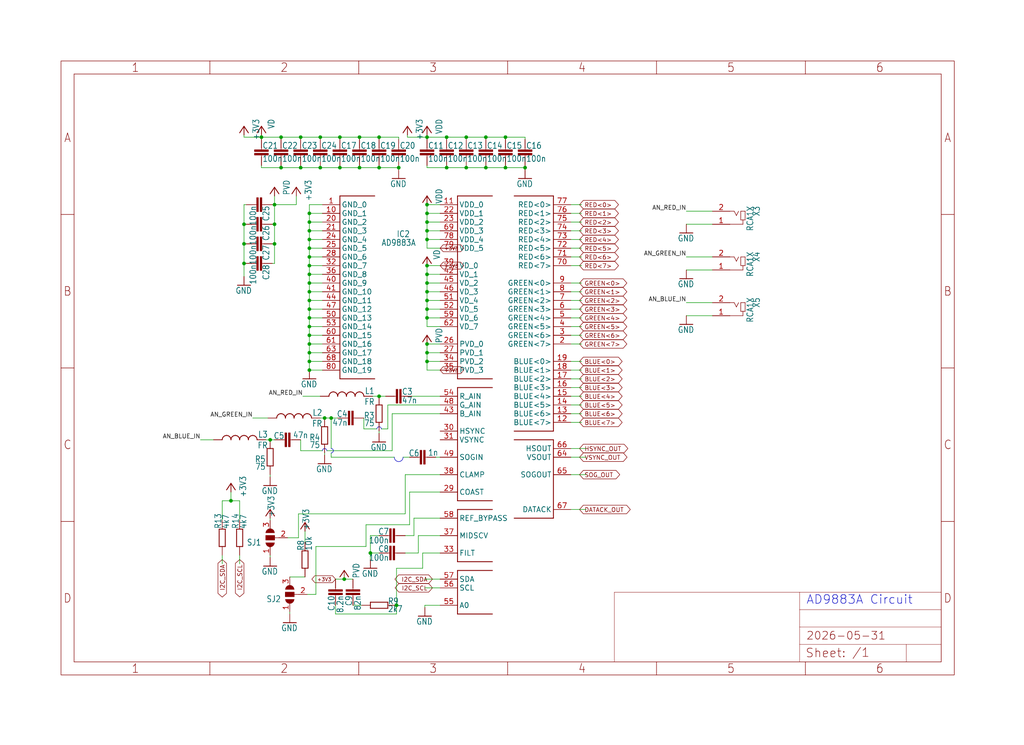
<source format=kicad_sch>
(kicad_sch (version 20250114) (generator "eeschema") (generator_version "9.0")
  (paper "User" 298.45 217.322)
  (arc (start 93.98 131.445) (mid 94.615 130.81) (end 95.25 131.445) (stroke (width 0.1524)))
  (arc (start 109.855 125.095) (mid 110.49 124.46) (end 111.125 125.095) (stroke (width 0.1524)))
  (arc (start 117.475 133.35) (mid 116.205 134.62) (end 114.935 133.35) (stroke (width 0.1524)))
  (arc (start 96.52 130.81) (mid 97.155 131.445) (end 96.52 132.08) (stroke (width 0.1524)))
  (text "AD9883A Circuit" (at 234.95 176.53 0) (effects (font (size 2.54 2.54)) (justify left bottom)))
  (junction (at 124.46 100.33))
  (junction (at 99.06 40.005))
  (junction (at 87.63 48.895))
  (junction (at 141.605 40.005))
  (junction (at 90.17 95.25))
  (junction (at 147.32 48.895))
  (junction (at 130.175 40.005))
  (junction (at 80.01 59.69))
  (junction (at 107.95 161.29))
  (junction (at 124.46 105.41))
  (junction (at 90.17 80.01))
  (junction (at 67.31 146.05))
  (junction (at 90.17 74.93))
  (junction (at 90.17 92.71))
  (junction (at 124.46 59.69))
  (junction (at 93.345 48.895))
  (junction (at 110.49 115.57))
  (junction (at 104.775 40.005))
  (junction (at 124.46 67.31))
  (junction (at 147.32 40.005))
  (junction (at 71.12 71.12))
  (junction (at 115.57 176.53))
  (junction (at 71.12 65.405))
  (junction (at 124.46 64.77))
  (junction (at 135.89 48.895))
  (junction (at 90.17 100.33))
  (junction (at 90.17 72.39))
  (junction (at 93.345 40.005))
  (junction (at 90.17 67.31))
  (junction (at 135.89 40.005))
  (junction (at 90.17 85.09))
  (junction (at 90.17 62.23))
  (junction (at 71.12 76.835))
  (junction (at 124.46 90.17))
  (junction (at 124.46 102.87))
  (junction (at 78.74 128.27))
  (junction (at 90.17 105.41))
  (junction (at 124.46 62.23))
  (junction (at 153.035 48.895))
  (junction (at 124.46 40.005))
  (junction (at 90.17 77.47))
  (junction (at 80.01 71.12))
  (junction (at 90.17 69.85))
  (junction (at 124.46 87.63))
  (junction (at 99.06 48.895))
  (junction (at 90.17 97.79))
  (junction (at 90.17 90.17))
  (junction (at 124.46 82.55))
  (junction (at 90.17 64.77))
  (junction (at 90.17 107.95))
  (junction (at 90.17 102.87))
  (junction (at 80.01 65.405))
  (junction (at 141.605 48.895))
  (junction (at 94.615 121.92))
  (junction (at 76.2 40.005))
  (junction (at 81.915 48.895))
  (junction (at 110.49 40.005))
  (junction (at 130.175 48.895))
  (junction (at 124.46 92.71))
  (junction (at 96.52 121.92))
  (junction (at 90.17 87.63))
  (junction (at 124.46 77.47))
  (junction (at 124.46 69.85))
  (junction (at 87.63 40.005))
  (junction (at 100.33 168.91))
  (junction (at 124.46 80.01))
  (junction (at 116.205 48.895))
  (junction (at 90.17 82.55))
  (junction (at 81.915 40.005))
  (junction (at 110.49 48.895))
  (junction (at 124.46 85.09))
  (junction (at 104.775 48.895))
  (wire (pts (xy 76.2 48.26) (xy 76.2 48.895)) (stroke (width 0.1524)))
  (wire (pts (xy 166.37 115.57) (xy 169.545 115.57)) (stroke (width 0.1524)))
  (wire (pts (xy 97.79 168.91) (xy 100.33 168.91)) (stroke (width 0.1524)))
  (wire (pts (xy 141.605 40.005) (xy 147.32 40.005)) (stroke (width 0.1524)))
  (wire (pts (xy 93.98 102.87) (xy 90.17 102.87)) (stroke (width 0.1524)))
  (wire (pts (xy 78.74 128.27) (xy 80.01 128.27)) (stroke (width 0.1524)))
  (wire (pts (xy 76.2 48.895) (xy 81.915 48.895)) (stroke (width 0.1524)))
  (wire (pts (xy 90.17 90.17) (xy 90.17 87.63)) (stroke (width 0.1524)))
  (wire (pts (xy 114.3 131.445) (xy 114.3 120.65)) (stroke (width 0.1524)))
  (wire (pts (xy 78.74 139.065) (xy 78.74 138.43)) (stroke (width 0.1524)))
  (wire (pts (xy 128.27 59.69) (xy 124.46 59.69)) (stroke (width 0.1524)))
  (wire (pts (xy 128.27 168.91) (xy 123.825 168.91)) (stroke (width 0.1524)))
  (wire (pts (xy 64.77 161.925) (xy 64.77 164.465)) (stroke (width 0.1524)))
  (wire (pts (xy 124.46 64.77) (xy 124.46 62.23)) (stroke (width 0.1524)))
  (wire (pts (xy 124.46 62.23) (xy 124.46 59.69)) (stroke (width 0.1524)))
  (wire (pts (xy 79.375 59.69) (xy 80.01 59.69)) (stroke (width 0.1524)))
  (wire (pts (xy 69.85 161.925) (xy 69.85 164.465)) (stroke (width 0.1524)))
  (wire (pts (xy 81.915 40.64) (xy 81.915 40.005)) (stroke (width 0.1524)))
  (wire (pts (xy 71.755 59.69) (xy 71.12 59.69)) (stroke (width 0.1524)))
  (wire (pts (xy 110.49 115.57) (xy 112.395 115.57)) (stroke (width 0.1524)))
  (wire (pts (xy 93.345 40.64) (xy 93.345 40.005)) (stroke (width 0.1524)))
  (wire (pts (xy 81.915 40.005) (xy 76.2 40.005)) (stroke (width 0.1524)))
  (wire (pts (xy 71.755 71.12) (xy 71.12 71.12)) (stroke (width 0.1524)))
  (wire (pts (xy 124.46 80.01) (xy 124.46 77.47)) (stroke (width 0.1524)))
  (wire (pts (xy 166.37 105.41) (xy 169.545 105.41)) (stroke (width 0.1524)))
  (wire (pts (xy 124.46 67.31) (xy 124.46 64.77)) (stroke (width 0.1524)))
  (wire (pts (xy 87.63 131.445) (xy 93.98 131.445)) (stroke (width 0.1524)))
  (wire (pts (xy 76.2 40.005) (xy 76.2 39.37)) (stroke (width 0.1524)))
  (wire (pts (xy 128.27 77.47) (xy 124.46 77.47)) (stroke (width 0.1524)))
  (wire (pts (xy 166.37 62.23) (xy 169.545 62.23)) (stroke (width 0.1524)))
  (wire (pts (xy 166.37 85.09) (xy 169.545 85.09)) (stroke (width 0.1524)))
  (wire (pts (xy 71.12 76.835) (xy 71.755 76.835)) (stroke (width 0.1524)))
  (wire (pts (xy 128.27 92.71) (xy 124.46 92.71)) (stroke (width 0.1524)))
  (wire (pts (xy 96.52 133.35) (xy 96.52 132.08)) (stroke (width 0.1524)))
  (wire (pts (xy 128.27 176.53) (xy 123.825 176.53)) (stroke (width 0.1524)))
  (wire (pts (xy 104.775 40.64) (xy 104.775 40.005)) (stroke (width 0.1524)))
  (wire (pts (xy 106.68 159.385) (xy 92.075 159.385)) (stroke (width 0.1524)))
  (wire (pts (xy 147.32 40.64) (xy 147.32 40.005)) (stroke (width 0.1524)))
  (wire (pts (xy 128.27 138.43) (xy 118.11 138.43)) (stroke (width 0.1524)))
  (wire (pts (xy 141.605 48.26) (xy 141.605 48.895)) (stroke (width 0.1524)))
  (wire (pts (xy 92.075 173.355) (xy 92.075 159.385)) (stroke (width 0.1524)))
  (wire (pts (xy 69.85 146.05) (xy 69.85 151.765)) (stroke (width 0.1524)))
  (wire (pts (xy 124.46 48.895) (xy 130.175 48.895)) (stroke (width 0.1524)))
  (wire (pts (xy 99.06 48.895) (xy 104.775 48.895)) (stroke (width 0.1524)))
  (wire (pts (xy 124.46 72.39) (xy 124.46 69.85)) (stroke (width 0.1524)))
  (wire (pts (xy 93.98 85.09) (xy 90.17 85.09)) (stroke (width 0.1524)))
  (wire (pts (xy 124.46 40.005) (xy 118.745 40.005)) (stroke (width 0.1524)))
  (wire (pts (xy 93.98 90.17) (xy 90.17 90.17)) (stroke (width 0.1524)))
  (wire (pts (xy 88.9 154.94) (xy 88.9 158.115)) (stroke (width 0.1524)))
  (wire (pts (xy 79.375 71.12) (xy 80.01 71.12)) (stroke (width 0.1524)))
  (wire (pts (xy 166.37 118.11) (xy 169.545 118.11)) (stroke (width 0.1524)))
  (wire (pts (xy 90.17 95.25) (xy 90.17 92.71)) (stroke (width 0.1524)))
  (wire (pts (xy 166.37 120.65) (xy 169.545 120.65)) (stroke (width 0.1524)))
  (wire (pts (xy 78.74 162.56) (xy 78.74 161.925)) (stroke (width 0.1524)))
  (wire (pts (xy 94.615 121.92) (xy 96.52 121.92)) (stroke (width 0.1524)))
  (wire (pts (xy 124.46 92.71) (xy 124.46 90.17)) (stroke (width 0.1524)))
  (wire (pts (xy 71.12 71.12) (xy 71.12 76.835)) (stroke (width 0.1524)))
  (wire (pts (xy 124.46 95.25) (xy 124.46 92.71)) (stroke (width 0.1524)))
  (wire (pts (xy 81.915 48.26) (xy 81.915 48.895)) (stroke (width 0.1524)))
  (wire (pts (xy 166.37 133.35) (xy 170.815 133.35)) (stroke (width 0.1524)))
  (wire (pts (xy 115.57 165.735) (xy 115.57 176.53)) (stroke (width 0.1524)))
  (wire (pts (xy 90.17 105.41) (xy 90.17 102.87)) (stroke (width 0.1524)))
  (wire (pts (xy 89.535 173.355) (xy 92.075 173.355)) (stroke (width 0.1524)))
  (wire (pts (xy 118.11 138.43) (xy 118.11 149.86)) (stroke (width 0.1524)))
  (wire (pts (xy 107.95 156.21) (xy 107.95 161.29)) (stroke (width 0.1524)))
  (wire (pts (xy 93.98 72.39) (xy 90.17 72.39)) (stroke (width 0.1524)))
  (wire (pts (xy 78.74 151.13) (xy 78.74 151.765)) (stroke (width 0.1524)))
  (wire (pts (xy 107.95 161.29) (xy 110.49 161.29)) (stroke (width 0.1524)))
  (wire (pts (xy 93.345 48.895) (xy 93.345 48.26)) (stroke (width 0.1524)))
  (wire (pts (xy 123.19 165.735) (xy 115.57 165.735)) (stroke (width 0.1524)))
  (wire (pts (xy 86.995 156.845) (xy 83.82 156.845)) (stroke (width 0.1524)))
  (wire (pts (xy 123.825 176.53) (xy 123.825 177.165)) (stroke (width 0.1524)))
  (wire (pts (xy 71.12 80.645) (xy 71.12 76.835)) (stroke (width 0.1524)))
  (wire (pts (xy 90.17 80.01) (xy 90.17 77.47)) (stroke (width 0.1524)))
  (wire (pts (xy 166.37 95.25) (xy 169.545 95.25)) (stroke (width 0.1524)))
  (wire (pts (xy 108.585 115.57) (xy 110.49 115.57)) (stroke (width 0.1524)))
  (wire (pts (xy 153.035 49.53) (xy 153.035 48.895)) (stroke (width 0.1524)))
  (wire (pts (xy 99.06 40.005) (xy 93.345 40.005)) (stroke (width 0.1524)))
  (wire (pts (xy 119.38 143.51) (xy 119.38 153.035)) (stroke (width 0.1524)))
  (wire (pts (xy 128.27 87.63) (xy 124.46 87.63)) (stroke (width 0.1524)))
  (wire (pts (xy 90.17 82.55) (xy 90.17 80.01)) (stroke (width 0.1524)))
  (wire (pts (xy 80.01 71.12) (xy 80.01 76.835)) (stroke (width 0.1524)))
  (wire (pts (xy 71.755 65.405) (xy 71.12 65.405)) (stroke (width 0.1524)))
  (wire (pts (xy 64.77 146.05) (xy 67.31 146.05)) (stroke (width 0.1524)))
  (wire (pts (xy 166.37 87.63) (xy 169.545 87.63)) (stroke (width 0.1524)))
  (wire (pts (xy 114.3 120.65) (xy 128.27 120.65)) (stroke (width 0.1524)))
  (wire (pts (xy 113.03 125.095) (xy 113.03 118.11)) (stroke (width 0.1524)))
  (wire (pts (xy 115.57 179.07) (xy 115.57 176.53)) (stroke (width 0.1524)))
  (wire (pts (xy 99.06 40.64) (xy 99.06 40.005)) (stroke (width 0.1524)))
  (wire (pts (xy 124.46 107.95) (xy 124.46 105.41)) (stroke (width 0.1524)))
  (wire (pts (xy 80.01 65.405) (xy 80.01 71.12)) (stroke (width 0.1524)))
  (wire (pts (xy 124.46 87.63) (xy 124.46 85.09)) (stroke (width 0.1524)))
  (wire (pts (xy 90.17 102.87) (xy 90.17 100.33)) (stroke (width 0.1524)))
  (wire (pts (xy 128.27 80.01) (xy 124.46 80.01)) (stroke (width 0.1524)))
  (wire (pts (xy 135.89 40.64) (xy 135.89 40.005)) (stroke (width 0.1524)))
  (wire (pts (xy 207.645 61.595) (xy 200.025 61.595)) (stroke (width 0.1524)))
  (wire (pts (xy 207.645 74.93) (xy 200.025 74.93)) (stroke (width 0.1524)))
  (wire (pts (xy 93.345 48.895) (xy 99.06 48.895)) (stroke (width 0.1524)))
  (wire (pts (xy 128.27 105.41) (xy 124.46 105.41)) (stroke (width 0.1524)))
  (wire (pts (xy 128.27 64.77) (xy 124.46 64.77)) (stroke (width 0.1524)))
  (wire (pts (xy 104.775 48.895) (xy 110.49 48.895)) (stroke (width 0.1524)))
  (wire (pts (xy 128.27 72.39) (xy 124.46 72.39)) (stroke (width 0.1524)))
  (wire (pts (xy 93.98 87.63) (xy 90.17 87.63)) (stroke (width 0.1524)))
  (wire (pts (xy 90.17 74.93) (xy 90.17 72.39)) (stroke (width 0.1524)))
  (wire (pts (xy 77.47 128.27) (xy 78.74 128.27)) (stroke (width 0.1524)))
  (wire (pts (xy 94.615 132.715) (xy 94.615 132.08)) (stroke (width 0.1524)))
  (wire (pts (xy 80.01 59.69) (xy 80.01 65.405)) (stroke (width 0.1524)))
  (wire (pts (xy 153.035 40.005) (xy 153.035 40.64)) (stroke (width 0.1524)))
  (wire (pts (xy 80.01 59.69) (xy 86.36 59.69)) (stroke (width 0.1524)))
  (wire (pts (xy 128.27 85.09) (xy 124.46 85.09)) (stroke (width 0.1524)))
  (wire (pts (xy 124.46 69.85) (xy 124.46 67.31)) (stroke (width 0.1524)))
  (wire (pts (xy 87.63 40.005) (xy 81.915 40.005)) (stroke (width 0.1524)))
  (wire (pts (xy 166.37 107.95) (xy 169.545 107.95)) (stroke (width 0.1524)))
  (wire (pts (xy 141.605 48.895) (xy 147.32 48.895)) (stroke (width 0.1524)))
  (wire (pts (xy 90.17 107.95) (xy 90.17 105.41)) (stroke (width 0.1524)))
  (wire (pts (xy 207.645 88.265) (xy 200.025 88.265)) (stroke (width 0.1524)))
  (wire (pts (xy 166.37 148.59) (xy 170.815 148.59)) (stroke (width 0.1524)))
  (wire (pts (xy 119.38 153.035) (xy 106.68 153.035)) (stroke (width 0.1524)))
  (wire (pts (xy 147.32 40.005) (xy 153.035 40.005)) (stroke (width 0.1524)))
  (wire (pts (xy 124.46 85.09) (xy 124.46 82.55)) (stroke (width 0.1524)))
  (wire (pts (xy 106.68 153.035) (xy 106.68 159.385)) (stroke (width 0.1524)))
  (wire (pts (xy 62.23 128.27) (xy 58.42 128.27)) (stroke (width 0.1524)))
  (wire (pts (xy 93.98 82.55) (xy 90.17 82.55)) (stroke (width 0.1524)))
  (wire (pts (xy 90.17 92.71) (xy 90.17 90.17)) (stroke (width 0.1524)))
  (wire (pts (xy 104.775 40.005) (xy 99.06 40.005)) (stroke (width 0.1524)))
  (wire (pts (xy 166.37 92.71) (xy 169.545 92.71)) (stroke (width 0.1524)))
  (wire (pts (xy 99.06 48.26) (xy 99.06 48.895)) (stroke (width 0.1524)))
  (wire (pts (xy 120.65 156.21) (xy 118.11 156.21)) (stroke (width 0.1524)))
  (wire (pts (xy 147.32 48.26) (xy 147.32 48.895)) (stroke (width 0.1524)))
  (wire (pts (xy 118.745 40.005) (xy 118.745 39.37)) (stroke (width 0.1524)))
  (wire (pts (xy 81.915 48.895) (xy 87.63 48.895)) (stroke (width 0.1524)))
  (wire (pts (xy 166.37 77.47) (xy 169.545 77.47)) (stroke (width 0.1524)))
  (wire (pts (xy 93.98 107.95) (xy 90.17 107.95)) (stroke (width 0.1524)))
  (wire (pts (xy 200.025 78.74) (xy 207.645 78.74)) (stroke (width 0.1524)))
  (wire (pts (xy 90.17 100.33) (xy 90.17 97.79)) (stroke (width 0.1524)))
  (wire (pts (xy 110.49 48.895) (xy 116.205 48.895)) (stroke (width 0.1524)))
  (wire (pts (xy 128.27 95.25) (xy 124.46 95.25)) (stroke (width 0.1524)))
  (wire (pts (xy 118.11 149.86) (xy 86.995 149.86)) (stroke (width 0.1524)))
  (wire (pts (xy 166.37 123.19) (xy 169.545 123.19)) (stroke (width 0.1524)))
  (wire (pts (xy 96.52 121.92) (xy 98.425 121.92)) (stroke (width 0.1524)))
  (wire (pts (xy 128.27 151.13) (xy 120.65 151.13)) (stroke (width 0.1524)))
  (wire (pts (xy 128.27 90.17) (xy 124.46 90.17)) (stroke (width 0.1524)))
  (wire (pts (xy 71.12 65.405) (xy 71.12 71.12)) (stroke (width 0.1524)))
  (wire (pts (xy 90.17 97.79) (xy 90.17 95.25)) (stroke (width 0.1524)))
  (wire (pts (xy 119.38 133.35) (xy 117.475 133.35)) (stroke (width 0.1524)))
  (wire (pts (xy 128.27 156.21) (xy 121.92 156.21)) (stroke (width 0.1524)))
  (wire (pts (xy 95.25 131.445) (xy 114.3 131.445)) (stroke (width 0.1524)))
  (wire (pts (xy 90.17 67.31) (xy 90.17 64.77)) (stroke (width 0.1524)))
  (wire (pts (xy 90.17 85.09) (xy 90.17 82.55)) (stroke (width 0.1524)))
  (wire (pts (xy 93.98 80.01) (xy 90.17 80.01)) (stroke (width 0.1524)))
  (wire (pts (xy 166.37 82.55) (xy 169.545 82.55)) (stroke (width 0.1524)))
  (wire (pts (xy 121.92 161.29) (xy 118.11 161.29)) (stroke (width 0.1524)))
  (wire (pts (xy 130.175 40.005) (xy 135.89 40.005)) (stroke (width 0.1524)))
  (wire (pts (xy 87.63 48.26) (xy 87.63 48.895)) (stroke (width 0.1524)))
  (wire (pts (xy 105.41 176.53) (xy 102.87 176.53)) (stroke (width 0.1524)))
  (wire (pts (xy 200.025 92.075) (xy 207.645 92.075)) (stroke (width 0.1524)))
  (wire (pts (xy 147.32 48.895) (xy 153.035 48.895)) (stroke (width 0.1524)))
  (wire (pts (xy 100.33 168.91) (xy 102.87 168.91)) (stroke (width 0.1524)))
  (wire (pts (xy 106.045 121.92) (xy 106.045 125.095)) (stroke (width 0.1524)))
  (wire (pts (xy 93.98 67.31) (xy 90.17 67.31)) (stroke (width 0.1524)))
  (wire (pts (xy 93.98 77.47) (xy 90.17 77.47)) (stroke (width 0.1524)))
  (wire (pts (xy 166.37 90.17) (xy 169.545 90.17)) (stroke (width 0.1524)))
  (wire (pts (xy 111.125 125.095) (xy 113.03 125.095)) (stroke (width 0.1524)))
  (wire (pts (xy 97.79 179.07) (xy 115.57 179.07)) (stroke (width 0.1524)))
  (wire (pts (xy 93.98 105.41) (xy 90.17 105.41)) (stroke (width 0.1524)))
  (wire (pts (xy 153.035 48.895) (xy 153.035 48.26)) (stroke (width 0.1524)))
  (wire (pts (xy 113.03 118.11) (xy 128.27 118.11)) (stroke (width 0.1524)))
  (wire (pts (xy 130.175 48.26) (xy 130.175 48.895)) (stroke (width 0.1524)))
  (wire (pts (xy 87.63 40.64) (xy 87.63 40.005)) (stroke (width 0.1524)))
  (wire (pts (xy 124.46 48.26) (xy 124.46 48.895)) (stroke (width 0.1524)))
  (wire (pts (xy 141.605 40.64) (xy 141.605 40.005)) (stroke (width 0.1524)))
  (wire (pts (xy 166.37 113.03) (xy 169.545 113.03)) (stroke (width 0.1524)))
  (wire (pts (xy 86.995 149.86) (xy 86.995 156.845)) (stroke (width 0.1524)))
  (wire (pts (xy 128.27 171.45) (xy 123.825 171.45)) (stroke (width 0.1524)))
  (wire (pts (xy 110.49 48.26) (xy 110.49 48.895)) (stroke (width 0.1524)))
  (wire (pts (xy 84.455 179.07) (xy 84.455 178.435)) (stroke (width 0.1524)))
  (wire (pts (xy 116.205 49.53) (xy 116.205 48.895)) (stroke (width 0.1524)))
  (wire (pts (xy 166.37 138.43) (xy 170.815 138.43)) (stroke (width 0.1524)))
  (wire (pts (xy 78.105 121.92) (xy 73.66 121.92)) (stroke (width 0.1524)))
  (wire (pts (xy 166.37 110.49) (xy 169.545 110.49)) (stroke (width 0.1524)))
  (wire (pts (xy 124.46 82.55) (xy 124.46 80.01)) (stroke (width 0.1524)))
  (wire (pts (xy 128.27 62.23) (xy 124.46 62.23)) (stroke (width 0.1524)))
  (wire (pts (xy 128.27 161.29) (xy 123.19 161.29)) (stroke (width 0.1524)))
  (wire (pts (xy 67.31 146.05) (xy 69.85 146.05)) (stroke (width 0.1524)))
  (wire (pts (xy 93.345 40.005) (xy 87.63 40.005)) (stroke (width 0.1524)))
  (wire (pts (xy 93.98 92.71) (xy 90.17 92.71)) (stroke (width 0.1524)))
  (wire (pts (xy 110.49 40.64) (xy 110.49 40.005)) (stroke (width 0.1524)))
  (wire (pts (xy 104.775 48.26) (xy 104.775 48.895)) (stroke (width 0.1524)))
  (wire (pts (xy 123.19 161.29) (xy 123.19 165.735)) (stroke (width 0.1524)))
  (wire (pts (xy 166.37 74.93) (xy 169.545 74.93)) (stroke (width 0.1524)))
  (wire (pts (xy 124.46 40.005) (xy 124.46 40.64)) (stroke (width 0.1524)))
  (wire (pts (xy 128.27 143.51) (xy 119.38 143.51)) (stroke (width 0.1524)))
  (wire (pts (xy 93.345 121.92) (xy 94.615 121.92)) (stroke (width 0.1524)))
  (wire (pts (xy 166.37 69.85) (xy 169.545 69.85)) (stroke (width 0.1524)))
  (wire (pts (xy 116.205 40.64) (xy 116.205 40.005)) (stroke (width 0.1524)))
  (wire (pts (xy 124.46 40.005) (xy 130.175 40.005)) (stroke (width 0.1524)))
  (wire (pts (xy 166.37 97.79) (xy 169.545 97.79)) (stroke (width 0.1524)))
  (wire (pts (xy 124.46 90.17) (xy 124.46 87.63)) (stroke (width 0.1524)))
  (wire (pts (xy 90.17 69.85) (xy 90.17 67.31)) (stroke (width 0.1524)))
  (wire (pts (xy 87.63 48.895) (xy 93.345 48.895)) (stroke (width 0.1524)))
  (wire (pts (xy 90.17 64.77) (xy 90.17 62.23)) (stroke (width 0.1524)))
  (wire (pts (xy 96.52 130.81) (xy 96.52 121.92)) (stroke (width 0.1524)))
  (wire (pts (xy 93.98 69.85) (xy 90.17 69.85)) (stroke (width 0.1524)))
  (wire (pts (xy 93.345 115.57) (xy 88.265 115.57)) (stroke (width 0.1524)))
  (wire (pts (xy 124.46 39.37) (xy 124.46 40.005)) (stroke (width 0.1524)))
  (wire (pts (xy 128.27 69.85) (xy 124.46 69.85)) (stroke (width 0.1524)))
  (wire (pts (xy 166.37 130.81) (xy 170.815 130.81)) (stroke (width 0.1524)))
  (wire (pts (xy 76.2 40.64) (xy 76.2 40.005)) (stroke (width 0.1524)))
  (wire (pts (xy 93.98 62.23) (xy 90.17 62.23)) (stroke (width 0.1524)))
  (wire (pts (xy 97.79 176.53) (xy 97.79 179.07)) (stroke (width 0.1524)))
  (wire (pts (xy 106.045 125.095) (xy 109.855 125.095)) (stroke (width 0.1524)))
  (wire (pts (xy 166.37 59.69) (xy 169.545 59.69)) (stroke (width 0.1524)))
  (wire (pts (xy 166.37 67.31) (xy 169.545 67.31)) (stroke (width 0.1524)))
  (wire (pts (xy 93.98 74.93) (xy 90.17 74.93)) (stroke (width 0.1524)))
  (wire (pts (xy 135.89 48.895) (xy 141.605 48.895)) (stroke (width 0.1524)))
  (wire (pts (xy 128.27 107.95) (xy 124.46 107.95)) (stroke (width 0.1524)))
  (wire (pts (xy 130.175 48.895) (xy 135.89 48.895)) (stroke (width 0.1524)))
  (wire (pts (xy 93.98 95.25) (xy 90.17 95.25)) (stroke (width 0.1524)))
  (wire (pts (xy 110.49 40.005) (xy 104.775 40.005)) (stroke (width 0.1524)))
  (wire (pts (xy 87.63 128.27) (xy 87.63 131.445)) (stroke (width 0.1524)))
  (wire (pts (xy 135.89 48.26) (xy 135.89 48.895)) (stroke (width 0.1524)))
  (wire (pts (xy 124.46 102.87) (xy 124.46 100.33)) (stroke (width 0.1524)))
  (wire (pts (xy 200.025 65.405) (xy 207.645 65.405)) (stroke (width 0.1524)))
  (wire (pts (xy 120.65 151.13) (xy 120.65 156.21)) (stroke (width 0.1524)))
  (wire (pts (xy 121.92 156.21) (xy 121.92 161.29)) (stroke (width 0.1524)))
  (wire (pts (xy 128.27 100.33) (xy 124.46 100.33)) (stroke (width 0.1524)))
  (wire (pts (xy 135.89 40.005) (xy 141.605 40.005)) (stroke (width 0.1524)))
  (wire (pts (xy 76.2 40.005) (xy 71.12 40.005)) (stroke (width 0.1524)))
  (wire (pts (xy 86.36 59.69) (xy 86.36 57.15)) (stroke (width 0.1524)))
  (wire (pts (xy 79.375 65.405) (xy 80.01 65.405)) (stroke (width 0.1524)))
  (wire (pts (xy 90.17 62.23) (xy 90.17 59.69)) (stroke (width 0.1524)))
  (wire (pts (xy 90.17 87.63) (xy 90.17 85.09)) (stroke (width 0.1524)))
  (wire (pts (xy 128.27 82.55) (xy 124.46 82.55)) (stroke (width 0.1524)))
  (wire (pts (xy 127 133.35) (xy 128.27 133.35)) (stroke (width 0.1524)))
  (wire (pts (xy 128.27 102.87) (xy 124.46 102.87)) (stroke (width 0.1524)))
  (wire (pts (xy 120.015 115.57) (xy 128.27 115.57)) (stroke (width 0.1524)))
  (wire (pts (xy 80.01 57.15) (xy 80.01 59.69)) (stroke (width 0.1524)))
  (wire (pts (xy 90.17 72.39) (xy 90.17 69.85)) (stroke (width 0.1524)))
  (wire (pts (xy 130.175 40.64) (xy 130.175 40.005)) (stroke (width 0.1524)))
  (wire (pts (xy 116.205 40.005) (xy 110.49 40.005)) (stroke (width 0.1524)))
  (wire (pts (xy 84.455 168.275) (xy 88.9 168.275)) (stroke (width 0.1524)))
  (wire (pts (xy 93.98 64.77) (xy 90.17 64.77)) (stroke (width 0.1524)))
  (wire (pts (xy 166.37 64.77) (xy 169.545 64.77)) (stroke (width 0.1524)))
  (wire (pts (xy 166.37 100.33) (xy 169.545 100.33)) (stroke (width 0.1524)))
  (wire (pts (xy 107.95 163.195) (xy 107.95 161.29)) (stroke (width 0.1524)))
  (wire (pts (xy 110.49 126.365) (xy 110.49 125.73)) (stroke (width 0.1524)))
  (wire (pts (xy 110.49 156.21) (xy 107.95 156.21)) (stroke (width 0.1524)))
  (wire (pts (xy 67.31 143.51) (xy 67.31 146.05)) (stroke (width 0.1524)))
  (wire (pts (xy 71.12 59.69) (xy 71.12 65.405)) (stroke (width 0.1524)))
  (wire (pts (xy 124.46 105.41) (xy 124.46 102.87)) (stroke (width 0.1524)))
  (wire (pts (xy 93.98 97.79) (xy 90.17 97.79)) (stroke (width 0.1524)))
  (wire (pts (xy 80.01 76.835) (xy 79.375 76.835)) (stroke (width 0.1524)))
  (wire (pts (xy 64.77 151.765) (xy 64.77 146.05)) (stroke (width 0.1524)))
  (wire (pts (xy 90.17 59.69) (xy 93.98 59.69)) (stroke (width 0.1524)))
  (wire (pts (xy 114.935 133.35) (xy 96.52 133.35)) (stroke (width 0.1524)))
  (wire (pts (xy 93.98 100.33) (xy 90.17 100.33)) (stroke (width 0.1524)))
  (wire (pts (xy 166.37 72.39) (xy 169.545 72.39)) (stroke (width 0.1524)))
  (wire (pts (xy 116.205 48.895) (xy 116.205 48.26)) (stroke (width 0.1524)))
  (wire (pts (xy 90.17 77.47) (xy 90.17 74.93)) (stroke (width 0.1524)))
  (wire (pts (xy 71.12 40.005) (xy 71.12 39.37)) (stroke (width 0.1524)))
  (wire (pts (xy 128.27 67.31) (xy 124.46 67.31)) (stroke (width 0.1524)))
  (label "AN_GREEN_IN" (at 200.025 74.93 180) (effects (font (size 1.2446 1.2446))))
  (label "AN_RED_IN" (at 200.025 61.595 180) (effects (font (size 1.2446 1.2446))))
  (label "AN_BLUE_IN" (at 58.42 128.27 180) (effects (font (size 1.2446 1.2446))))
  (label "AN_RED_IN" (at 88.265 115.57 180) (effects (font (size 1.2446 1.2446))))
  (label "AN_BLUE_IN" (at 200.025 88.265 180) (effects (font (size 1.2446 1.2446))))
  (label "AN_GREEN_IN" (at 73.66 121.92 180) (effects (font (size 1.2446 1.2446))))
  (global_label "GREEN<4>" (shape bidirectional) (at 168.91 92.71 0) (effects (font (size 1.2446 1.2446))) (property "Intersheetrefs" "${INTERSHEET_REFS}" (effects (hide yes))))
  (global_label "RED<1>" (shape bidirectional) (at 168.91 62.23 0) (effects (font (size 1.2446 1.2446))) (property "Intersheetrefs" "${INTERSHEET_REFS}" (effects (hide yes))))
  (global_label "I2C_SDA" (shape bidirectional) (at 126.0475 168.91 180) (effects (font (size 1.2446 1.2446))) (property "Intersheetrefs" "${INTERSHEET_REFS}" (effects (hide yes))))
  (global_label "I2C_SCL" (shape bidirectional) (at 69.85 163.195 270) (effects (font (size 1.2446 1.2446))) (property "Intersheetrefs" "${INTERSHEET_REFS}" (effects (hide yes))))
  (global_label "HSYNC_OUT" (shape bidirectional) (at 168.91 130.81 0) (effects (font (size 1.2446 1.2446))) (property "Intersheetrefs" "${INTERSHEET_REFS}" (effects (hide yes))))
  (global_label "GREEN<3>" (shape bidirectional) (at 168.91 90.17 0) (effects (font (size 1.2446 1.2446))) (property "Intersheetrefs" "${INTERSHEET_REFS}" (effects (hide yes))))
  (global_label "GREEN<2>" (shape bidirectional) (at 168.91 87.63 0) (effects (font (size 1.2446 1.2446))) (property "Intersheetrefs" "${INTERSHEET_REFS}" (effects (hide yes))))
  (global_label "+3V3" (shape bidirectional) (at 128.27 77.47 0) (effects (font (size 1.016 1.016))) (property "Intersheetrefs" "${INTERSHEET_REFS}" (effects (hide yes))))
  (global_label "BLUE<3>" (shape bidirectional) (at 168.91 113.03 0) (effects (font (size 1.2446 1.2446))) (property "Intersheetrefs" "${INTERSHEET_REFS}" (effects (hide yes))))
  (global_label "RED<2>" (shape bidirectional) (at 168.91 64.77 0) (effects (font (size 1.2446 1.2446))) (property "Intersheetrefs" "${INTERSHEET_REFS}" (effects (hide yes))))
  (global_label "BLUE<6>" (shape bidirectional) (at 168.91 120.65 0) (effects (font (size 1.2446 1.2446))) (property "Intersheetrefs" "${INTERSHEET_REFS}" (effects (hide yes))))
  (global_label "I2C_SCL" (shape bidirectional) (at 126.0475 171.45 180) (effects (font (size 1.2446 1.2446))) (property "Intersheetrefs" "${INTERSHEET_REFS}" (effects (hide yes))))
  (global_label "I2C_SDA" (shape bidirectional) (at 64.77 163.195 270) (effects (font (size 1.2446 1.2446))) (property "Intersheetrefs" "${INTERSHEET_REFS}" (effects (hide yes))))
  (global_label "BLUE<0>" (shape bidirectional) (at 168.91 105.41 0) (effects (font (size 1.2446 1.2446))) (property "Intersheetrefs" "${INTERSHEET_REFS}" (effects (hide yes))))
  (global_label "GREEN<7>" (shape bidirectional) (at 168.91 100.33 0) (effects (font (size 1.2446 1.2446))) (property "Intersheetrefs" "${INTERSHEET_REFS}" (effects (hide yes))))
  (global_label "RED<6>" (shape bidirectional) (at 168.91 74.93 0) (effects (font (size 1.2446 1.2446))) (property "Intersheetrefs" "${INTERSHEET_REFS}" (effects (hide yes))))
  (global_label "VSYNC_OUT" (shape bidirectional) (at 168.91 133.35 0) (effects (font (size 1.2446 1.2446))) (property "Intersheetrefs" "${INTERSHEET_REFS}" (effects (hide yes))))
  (global_label "+3V3" (shape bidirectional) (at 128.27 72.39 0) (effects (font (size 1.016 1.016))) (property "Intersheetrefs" "${INTERSHEET_REFS}" (effects (hide yes))))
  (global_label "SOG_OUT" (shape bidirectional) (at 168.91 138.43 0) (effects (font (size 1.2446 1.2446))) (property "Intersheetrefs" "${INTERSHEET_REFS}" (effects (hide yes))))
  (global_label "BLUE<2>" (shape bidirectional) (at 168.91 110.49 0) (effects (font (size 1.2446 1.2446))) (property "Intersheetrefs" "${INTERSHEET_REFS}" (effects (hide yes))))
  (global_label "BLUE<4>" (shape bidirectional) (at 168.91 115.57 0) (effects (font (size 1.2446 1.2446))) (property "Intersheetrefs" "${INTERSHEET_REFS}" (effects (hide yes))))
  (global_label "GREEN<0>" (shape bidirectional) (at 168.91 82.55 0) (effects (font (size 1.2446 1.2446))) (property "Intersheetrefs" "${INTERSHEET_REFS}" (effects (hide yes))))
  (global_label "+3V3" (shape bidirectional) (at 128.27 107.95 0) (effects (font (size 1.016 1.016))) (property "Intersheetrefs" "${INTERSHEET_REFS}" (effects (hide yes))))
  (global_label "DATACK_OUT" (shape bidirectional) (at 168.91 148.59 0) (effects (font (size 1.2446 1.2446))) (property "Intersheetrefs" "${INTERSHEET_REFS}" (effects (hide yes))))
  (global_label "GREEN<6>" (shape bidirectional) (at 168.91 97.79 0) (effects (font (size 1.2446 1.2446))) (property "Intersheetrefs" "${INTERSHEET_REFS}" (effects (hide yes))))
  (global_label "RED<7>" (shape bidirectional) (at 168.91 77.47 0) (effects (font (size 1.2446 1.2446))) (property "Intersheetrefs" "${INTERSHEET_REFS}" (effects (hide yes))))
  (global_label "BLUE<1>" (shape bidirectional) (at 168.91 107.95 0) (effects (font (size 1.2446 1.2446))) (property "Intersheetrefs" "${INTERSHEET_REFS}" (effects (hide yes))))
  (global_label "+3V3" (shape bidirectional) (at 97.79 168.91 180) (effects (font (size 1.016 1.016))) (property "Intersheetrefs" "${INTERSHEET_REFS}" (effects (hide yes))))
  (global_label "BLUE<7>" (shape bidirectional) (at 168.91 123.19 0) (effects (font (size 1.2446 1.2446))) (property "Intersheetrefs" "${INTERSHEET_REFS}" (effects (hide yes))))
  (global_label "GREEN<1>" (shape bidirectional) (at 168.91 85.09 0) (effects (font (size 1.2446 1.2446))) (property "Intersheetrefs" "${INTERSHEET_REFS}" (effects (hide yes))))
  (global_label "RED<5>" (shape bidirectional) (at 168.91 72.39 0) (effects (font (size 1.2446 1.2446))) (property "Intersheetrefs" "${INTERSHEET_REFS}" (effects (hide yes))))
  (global_label "GREEN<5>" (shape bidirectional) (at 168.91 95.25 0) (effects (font (size 1.2446 1.2446))) (property "Intersheetrefs" "${INTERSHEET_REFS}" (effects (hide yes))))
  (global_label "RED<4>" (shape bidirectional) (at 168.91 69.85 0) (effects (font (size 1.2446 1.2446))) (property "Intersheetrefs" "${INTERSHEET_REFS}" (effects (hide yes))))
  (global_label "RED<3>" (shape bidirectional) (at 168.91 67.31 0) (effects (font (size 1.2446 1.2446))) (property "Intersheetrefs" "${INTERSHEET_REFS}" (effects (hide yes))))
  (global_label "BLUE<5>" (shape bidirectional) (at 168.91 118.11 0) (effects (font (size 1.2446 1.2446))) (property "Intersheetrefs" "${INTERSHEET_REFS}" (effects (hide yes))))
  (global_label "RED<0>" (shape bidirectional) (at 168.91 59.69 0) (effects (font (size 1.2446 1.2446))) (property "Intersheetrefs" "${INTERSHEET_REFS}" (effects (hide yes))))
  (symbol (lib_id "STCC1-V5a-eagle-import:VDD") (at 124.46 59.69 0) (unit 1)
    (property "Reference" "#VDD1" (effects (hide yes)))
    (property "Value" "VDD" (at 127 54.9275 90) (effects (font (size 1.778 1.5113)) (justify right top)))
  )
  (symbol (lib_id "STCC1-V5a-eagle-import:2508051217Z0") (at 69.85 128.27 90) (unit 1)
    (property "Reference" "L3" (at 78.105 125.73 90) (effects (font (size 1.778 1.5113)) (justify left bottom)))
    (property "Value" "FR" (at 78.105 128.905 90) (effects (font (size 1.778 1.5113)) (justify left bottom)))
    (property "Footprint" "STCC1-V5a:M0805" (effects (hide yes)))
  )
  (symbol (lib_id "STCC1-V5a-eagle-import:GND") (at 90.17 110.49 0) (unit 1)
    (property "Reference" "#GND6" (effects (hide yes)))
    (property "Value" "GND" (at 87.63 113.03 0) (effects (font (size 1.778 1.5113)) (justify left bottom)))
  )
  (symbol (lib_id "STCC1-V5a-eagle-import:GND") (at 123.825 179.705 0) (unit 1)
    (property "Reference" "#GND32" (effects (hide yes)))
    (property "Value" "GND" (at 121.285 182.245 0) (effects (font (size 1.778 1.5113)) (justify left bottom)))
  )
  (symbol (lib_id "STCC1-V5a-eagle-import:GND") (at 110.49 128.905 0) (unit 1)
    (property "Reference" "#GND7" (effects (hide yes)))
    (property "Value" "GND" (at 107.95 131.445 0) (effects (font (size 1.778 1.5113)) (justify left bottom)))
  )
  (symbol (lib_id "STCC1-V5a-eagle-import:C-EUC0805") (at 116.205 43.18 0) (unit 1)
    (property "Reference" "C20" (at 116.459 43.434 0) (effects (font (size 1.778 1.5113)) (justify left bottom)))
    (property "Value" "100n" (at 116.459 47.244 0) (effects (font (size 1.778 1.5113)) (justify left bottom)))
    (property "Footprint" "STCC1-V5a:C0805" (effects (hide yes)))
  )
  (symbol (lib_id "STCC1-V5a-eagle-import:C-EUC0805") (at 82.55 128.27 90) (unit 1)
    (property "Reference" "C5" (at 82.931 126.111 90) (effects (font (size 1.778 1.5113)) (justify left bottom)))
    (property "Value" "47n" (at 85.344 127.889 90) (effects (font (size 1.778 1.5113)) (justify right top)))
    (property "Footprint" "STCC1-V5a:C0805" (effects (hide yes)))
  )
  (symbol (lib_id "STCC1-V5a-eagle-import:RCA1X") (at 216.535 62.865 180) (unit 1)
    (property "Reference" "X3" (at 219.5512 60.0075 90) (effects (font (size 1.778 1.5113)) (justify left bottom)))
    (property "Value" "RCA1X" (at 217.6462 60.0075 90) (effects (font (size 1.778 1.5113)) (justify left bottom)))
    (property "Footprint" "STCC1-V5a:RCA1X" (effects (hide yes)))
  )
  (symbol (lib_id "STCC1-V5a-eagle-import:PVD") (at 100.33 168.91 0) (unit 1)
    (property "Reference" "#PVD3" (effects (hide yes)))
    (property "Value" "PVD" (at 102.87 164.1475 90) (effects (font (size 1.778 1.5113)) (justify right top)))
  )
  (symbol (lib_id "STCC1-V5a-eagle-import:+3V3") (at 118.745 36.83 0) (unit 1)
    (property "Reference" "#+3V6" (effects (hide yes)))
    (property "Value" "+3V3" (at 121.285 34.6075 90) (effects (font (size 1.778 1.5113)) (justify right top)))
  )
  (symbol (lib_id "STCC1-V5a-eagle-import:C-EUC0805") (at 135.89 43.18 0) (unit 1)
    (property "Reference" "C13" (at 136.144 43.434 0) (effects (font (size 1.778 1.5113)) (justify left bottom)))
    (property "Value" "100n" (at 136.144 47.244 0) (effects (font (size 1.778 1.5113)) (justify left bottom)))
    (property "Footprint" "STCC1-V5a:C0805" (effects (hide yes)))
  )
  (symbol (lib_id "STCC1-V5a-eagle-import:C-EUC0805") (at 104.775 43.18 0) (unit 1)
    (property "Reference" "C18" (at 105.029 43.434 0) (effects (font (size 1.778 1.5113)) (justify left bottom)))
    (property "Value" "100n" (at 105.029 47.244 0) (effects (font (size 1.778 1.5113)) (justify left bottom)))
    (property "Footprint" "STCC1-V5a:C0805" (effects (hide yes)))
  )
  (symbol (lib_id "STCC1-V5a-eagle-import:C-EUC0805") (at 121.92 133.35 90) (unit 1)
    (property "Reference" "C6" (at 122.301 131.191 90) (effects (font (size 1.778 1.5113)) (justify left bottom)))
    (property "Value" "1n" (at 124.714 132.969 90) (effects (font (size 1.778 1.5113)) (justify right top)))
    (property "Footprint" "STCC1-V5a:C0805" (effects (hide yes)))
  )
  (symbol (lib_id "STCC1-V5a-eagle-import:RCA1X") (at 216.535 76.2 180) (unit 1)
    (property "Reference" "X4" (at 219.5512 73.3425 90) (effects (font (size 1.778 1.5113)) (justify left bottom)))
    (property "Value" "RCA1X" (at 217.6462 73.3425 90) (effects (font (size 1.778 1.5113)) (justify left bottom)))
    (property "Footprint" "STCC1-V5a:RCA1X" (effects (hide yes)))
  )
  (symbol (lib_id "STCC1-V5a-eagle-import:RCA1X") (at 216.535 89.535 180) (unit 1)
    (property "Reference" "X5" (at 219.5512 86.6775 90) (effects (font (size 1.778 1.5113)) (justify left bottom)))
    (property "Value" "RCA1X" (at 217.6462 86.6775 90) (effects (font (size 1.778 1.5113)) (justify left bottom)))
    (property "Footprint" "STCC1-V5a:RCA1X" (effects (hide yes)))
  )
  (symbol (lib_id "STCC1-V5a-eagle-import:C-EUC0805") (at 76.835 65.405 270) (unit 1)
    (property "Reference" "C26" (at 76.581 65.659 0) (effects (font (size 1.778 1.5113)) (justify left bottom)))
    (property "Value" "100n" (at 72.771 65.659 0) (effects (font (size 1.778 1.5113)) (justify left bottom)))
    (property "Footprint" "STCC1-V5a:C0805" (effects (hide yes)))
  )
  (symbol (lib_id "STCC1-V5a-eagle-import:2508051217Z0") (at 100.965 115.57 90) (unit 1)
    (property "Reference" "L1" (at 109.22 113.03 90) (effects (font (size 1.778 1.5113)) (justify left bottom)))
    (property "Value" "FR" (at 109.22 116.205 90) (effects (font (size 1.778 1.5113)) (justify left bottom)))
    (property "Footprint" "STCC1-V5a:M0805" (effects (hide yes)))
  )
  (symbol (lib_id "STCC1-V5a-eagle-import:R-EU_M0805") (at 94.615 127 90) (unit 1)
    (property "Reference" "R4" (at 93.345 126.5936 90) (effects (font (size 1.778 1.5113)) (justify left bottom)))
    (property "Value" "75" (at 93.345 128.778 90) (effects (font (size 1.778 1.5113)) (justify left bottom)))
    (property "Footprint" "STCC1-V5a:M0805" (effects (hide yes)))
  )
  (symbol (lib_id "STCC1-V5a-eagle-import:GND") (at 153.035 52.07 0) (unit 1)
    (property "Reference" "#GND13" (effects (hide yes)))
    (property "Value" "GND" (at 150.495 54.61 0) (effects (font (size 1.778 1.5113)) (justify left bottom)))
  )
  (symbol (lib_id "STCC1-V5a-eagle-import:+3V3") (at 88.9 152.4 0) (unit 1)
    (property "Reference" "#+3V8" (effects (hide yes)))
    (property "Value" "+3V3" (at 90.17 154.6225 90) (effects (font (size 1.778 1.5113)) (justify left bottom)))
  )
  (symbol (lib_id "STCC1-V5a-eagle-import:C-EUC0805") (at 81.915 43.18 0) (unit 1)
    (property "Reference" "C22" (at 82.169 43.434 0) (effects (font (size 1.778 1.5113)) (justify left bottom)))
    (property "Value" "100n" (at 82.169 47.244 0) (effects (font (size 1.778 1.5113)) (justify left bottom)))
    (property "Footprint" "STCC1-V5a:C0805" (effects (hide yes)))
  )
  (symbol (lib_id "STCC1-V5a-eagle-import:C-EUC0805") (at 147.32 43.18 0) (unit 1)
    (property "Reference" "C15" (at 147.574 43.434 0) (effects (font (size 1.778 1.5113)) (justify left bottom)))
    (property "Value" "100n" (at 147.574 47.244 0) (effects (font (size 1.778 1.5113)) (justify left bottom)))
    (property "Footprint" "STCC1-V5a:C0805" (effects (hide yes)))
  )
  (symbol (lib_id "STCC1-V5a-eagle-import:GND") (at 200.025 94.615 0) (unit 1)
    (property "Reference" "#GND18" (effects (hide yes)))
    (property "Value" "GND" (at 197.485 97.155 0) (effects (font (size 1.778 1.5113)) (justify left bottom)))
  )
  (symbol (lib_id "STCC1-V5a-eagle-import:2508051217Z0") (at 85.725 121.92 90) (unit 1)
    (property "Reference" "L2" (at 93.98 119.38 90) (effects (font (size 1.778 1.5113)) (justify left bottom)))
    (property "Value" "FR" (at 93.98 122.555 90) (effects (font (size 1.778 1.5113)) (justify left bottom)))
    (property "Footprint" "STCC1-V5a:M0805" (effects (hide yes)))
  )
  (symbol (lib_id "STCC1-V5a-eagle-import:GND") (at 116.205 52.07 0) (unit 1)
    (property "Reference" "#GND14" (effects (hide yes)))
    (property "Value" "GND" (at 113.665 54.61 0) (effects (font (size 1.778 1.5113)) (justify left bottom)))
  )
  (symbol (lib_id "STCC1-V5a-eagle-import:AD9883A") (at 132.08 107.95 0) (unit 1)
    (property "Reference" "IC2" (at 115.57 69.215 0) (effects (font (size 1.778 1.5113)) (justify left bottom)))
    (property "Value" "AD9883A" (at 111.125 71.755 0) (effects (font (size 1.778 1.5113)) (justify left bottom)))
    (property "Footprint" "STCC1-V5a:LQFP80" (effects (hide yes)))
  )
  (symbol (lib_id "STCC1-V5a-eagle-import:VD") (at 124.46 77.47 0) (unit 1)
    (property "Reference" "#VD1" (effects (hide yes)))
    (property "Value" "VD" (at 126.365 72.7075 90) (effects (font (size 1.778 1.5113)) (justify right top)))
  )
  (symbol (lib_id "STCC1-V5a-eagle-import:GND") (at 94.615 135.255 0) (unit 1)
    (property "Reference" "#GND8" (effects (hide yes)))
    (property "Value" "GND" (at 92.075 137.795 0) (effects (font (size 1.778 1.5113)) (justify left bottom)))
  )
  (symbol (lib_id "STCC1-V5a-eagle-import:C-EUC0805") (at 93.345 43.18 0) (unit 1)
    (property "Reference" "C24" (at 93.599 43.434 0) (effects (font (size 1.778 1.5113)) (justify left bottom)))
    (property "Value" "100n" (at 93.599 47.244 0) (effects (font (size 1.778 1.5113)) (justify left bottom)))
    (property "Footprint" "STCC1-V5a:C0805" (effects (hide yes)))
  )
  (symbol (lib_id "STCC1-V5a-eagle-import:C-EUC0805") (at 141.605 43.18 0) (unit 1)
    (property "Reference" "C14" (at 141.859 43.434 0) (effects (font (size 1.778 1.5113)) (justify left bottom)))
    (property "Value" "100n" (at 141.859 47.244 0) (effects (font (size 1.778 1.5113)) (justify left bottom)))
    (property "Footprint" "STCC1-V5a:C0805" (effects (hide yes)))
  )
  (symbol (lib_id "STCC1-V5a-eagle-import:GND") (at 71.12 83.185 0) (unit 1)
    (property "Reference" "#GND15" (effects (hide yes)))
    (property "Value" "GND" (at 68.58 85.725 0) (effects (font (size 1.778 1.5113)) (justify left bottom)))
  )
  (symbol (lib_id "STCC1-V5a-eagle-import:C-EUC0805") (at 76.835 59.69 270) (unit 1)
    (property "Reference" "C25" (at 76.581 59.944 0) (effects (font (size 1.778 1.5113)) (justify left bottom)))
    (property "Value" "100n" (at 72.771 59.944 0) (effects (font (size 1.778 1.5113)) (justify left bottom)))
    (property "Footprint" "STCC1-V5a:C0805" (effects (hide yes)))
  )
  (symbol (lib_id "STCC1-V5a-eagle-import:C-EUC0805") (at 153.035 43.18 0) (unit 1)
    (property "Reference" "C16" (at 153.289 43.434 0) (effects (font (size 1.778 1.5113)) (justify left bottom)))
    (property "Value" "100n" (at 153.289 47.244 0) (effects (font (size 1.778 1.5113)) (justify left bottom)))
    (property "Footprint" "STCC1-V5a:C0805" (effects (hide yes)))
  )
  (symbol (lib_id "STCC1-V5a-eagle-import:PVD") (at 124.46 100.33 0) (unit 1)
    (property "Reference" "#PVD1" (effects (hide yes)))
    (property "Value" "PVD" (at 127 95.5675 90) (effects (font (size 1.778 1.5113)) (justify right top)))
  )
  (symbol (lib_id "STCC1-V5a-eagle-import:C-EUC0805") (at 124.46 43.18 0) (unit 1)
    (property "Reference" "C11" (at 124.714 43.434 0) (effects (font (size 1.778 1.5113)) (justify left bottom)))
    (property "Value" "100n" (at 124.714 47.244 0) (effects (font (size 1.778 1.5113)) (justify left bottom)))
    (property "Footprint" "STCC1-V5a:C0805" (effects (hide yes)))
  )
  (symbol (lib_id "STCC1-V5a-eagle-import:C-EUC0805") (at 99.06 43.18 0) (unit 1)
    (property "Reference" "C17" (at 99.314 43.434 0) (effects (font (size 1.778 1.5113)) (justify left bottom)))
    (property "Value" "100n" (at 99.314 47.244 0) (effects (font (size 1.778 1.5113)) (justify left bottom)))
    (property "Footprint" "STCC1-V5a:C0805" (effects (hide yes)))
  )
  (symbol (lib_id "STCC1-V5a-eagle-import:C-EUC0805") (at 114.935 115.57 90) (unit 1)
    (property "Reference" "C3" (at 117.094 115.189 90) (effects (font (size 1.778 1.5113)) (justify right top)))
    (property "Value" "47n" (at 117.094 117.729 90) (effects (font (size 1.778 1.5113)) (justify right top)))
    (property "Footprint" "STCC1-V5a:C0805" (effects (hide yes)))
  )
  (symbol (lib_id "STCC1-V5a-eagle-import:GND") (at 78.74 141.605 0) (unit 1)
    (property "Reference" "#GND9" (effects (hide yes)))
    (property "Value" "GND" (at 76.2 144.145 0) (effects (font (size 1.778 1.5113)) (justify left bottom)))
  )
  (symbol (lib_id "STCC1-V5a-eagle-import:GND") (at 200.025 81.28 0) (unit 1)
    (property "Reference" "#GND17" (effects (hide yes)))
    (property "Value" "GND" (at 197.485 83.82 0) (effects (font (size 1.778 1.5113)) (justify left bottom)))
  )
  (symbol (lib_id "STCC1-V5a-eagle-import:C-EUC0805") (at 113.03 161.29 90) (unit 1)
    (property "Reference" "C8" (at 113.411 159.131 90) (effects (font (size 1.778 1.5113)) (justify left bottom)))
    (property "Value" "100n" (at 113.411 161.671 90) (effects (font (size 1.778 1.5113)) (justify left bottom)))
    (property "Footprint" "STCC1-V5a:C0805" (effects (hide yes)))
  )
  (symbol (lib_id "STCC1-V5a-eagle-import:C-EUC0805") (at 130.175 43.18 0) (unit 1)
    (property "Reference" "C12" (at 130.429 43.434 0) (effects (font (size 1.778 1.5113)) (justify left bottom)))
    (property "Value" "100n" (at 130.429 47.244 0) (effects (font (size 1.778 1.5113)) (justify left bottom)))
    (property "Footprint" "STCC1-V5a:C0805" (effects (hide yes)))
  )
  (symbol (lib_id "STCC1-V5a-eagle-import:PVD") (at 80.01 57.15 0) (unit 1)
    (property "Reference" "#PVD2" (effects (hide yes)))
    (property "Value" "PVD" (at 82.55 52.3875 90) (effects (font (size 1.778 1.5113)) (justify right top)))
  )
  (symbol (lib_id "STCC1-V5a-eagle-import:R-EU_M0805") (at 110.49 120.65 90) (unit 1)
    (property "Reference" "R3" (at 109.22 120.2436 90) (effects (font (size 1.778 1.5113)) (justify left bottom)))
    (property "Value" "75" (at 109.22 122.428 90) (effects (font (size 1.778 1.5113)) (justify left bottom)))
    (property "Footprint" "STCC1-V5a:M0805" (effects (hide yes)))
  )
  (symbol (lib_id "STCC1-V5a-eagle-import:R-EU_M0805") (at 78.74 133.35 90) (unit 1)
    (property "Reference" "R5" (at 77.47 132.9436 90) (effects (font (size 1.778 1.5113)) (justify left bottom)))
    (property "Value" "75" (at 77.47 135.128 90) (effects (font (size 1.778 1.5113)) (justify left bottom)))
    (property "Footprint" "STCC1-V5a:M0805" (effects (hide yes)))
  )
  (symbol (lib_id "STCC1-V5a-eagle-import:C-EUC0805") (at 113.03 156.21 90) (unit 1)
    (property "Reference" "C7" (at 113.411 154.051 90) (effects (font (size 1.778 1.5113)) (justify left bottom)))
    (property "Value" "100n" (at 113.411 156.591 90) (effects (font (size 1.778 1.5113)) (justify left bottom)))
    (property "Footprint" "STCC1-V5a:C0805" (effects (hide yes)))
  )
  (symbol (lib_id "STCC1-V5a-eagle-import:A4L-LOC") (at 17.78 196.85 0) (unit 1)
    (property "Reference" "#FRAME1" (effects (hide yes)))
    (property "Value" "A4L-LOC" (effects (hide yes)))
  )
  (symbol (lib_id "STCC1-V5a-eagle-import:R-EU_M0805") (at 110.49 176.53 0) (unit 1)
    (property "Reference" "R9" (at 113.03 176.3014 0) (effects (font (size 1.778 1.5113)) (justify left bottom)))
    (property "Value" "2k7" (at 113.03 178.562 0) (effects (font (size 1.778 1.5113)) (justify left bottom)))
    (property "Footprint" "STCC1-V5a:M0805" (effects (hide yes)))
  )
  (symbol (lib_id "STCC1-V5a-eagle-import:SJ2W") (at 78.74 156.845 180) (unit 1)
    (property "Reference" "SJ1" (at 76.2 157.226 0) (effects (font (size 1.778 1.5113)) (justify left bottom)))
    (property "Value" "SJ2W" (effects (hide yes)))
    (property "Footprint" "STCC1-V5a:SJ_2" (effects (hide yes)))
  )
  (symbol (lib_id "STCC1-V5a-eagle-import:+3V3") (at 78.74 148.59 0) (unit 1)
    (property "Reference" "#+3V7" (effects (hide yes)))
    (property "Value" "+3V3" (at 80.01 150.8125 90) (effects (font (size 1.778 1.5113)) (justify left bottom)))
  )
  (symbol (lib_id "STCC1-V5a-eagle-import:VD") (at 76.2 39.37 0) (unit 1)
    (property "Reference" "#VD2" (effects (hide yes)))
    (property "Value" "VD" (at 78.105 34.6075 90) (effects (font (size 1.778 1.5113)) (justify right top)))
  )
  (symbol (lib_id "STCC1-V5a-eagle-import:C-EUC0805") (at 97.79 173.99 180) (unit 1)
    (property "Reference" "C10" (at 95.631 173.609 90) (effects (font (size 1.778 1.5113)) (justify left bottom)))
    (property "Value" "8.2n" (at 98.171 173.609 90) (effects (font (size 1.778 1.5113)) (justify left bottom)))
    (property "Footprint" "STCC1-V5a:C0805" (effects (hide yes)))
  )
  (symbol (lib_id "STCC1-V5a-eagle-import:R-EU_M0805") (at 88.9 163.195 90) (unit 1)
    (property "Reference" "R8" (at 88.6714 160.655 0) (effects (font (size 1.778 1.5113)) (justify left bottom)))
    (property "Value" "10k" (at 90.932 160.655 0) (effects (font (size 1.778 1.5113)) (justify left bottom)))
    (property "Footprint" "STCC1-V5a:M0805" (effects (hide yes)))
  )
  (symbol (lib_id "STCC1-V5a-eagle-import:R-EU_M0805") (at 69.85 156.845 90) (unit 1)
    (property "Reference" "R14" (at 69.6214 154.305 0) (effects (font (size 1.778 1.5113)) (justify left bottom)))
    (property "Value" "4k7" (at 71.882 154.305 0) (effects (font (size 1.778 1.5113)) (justify left bottom)))
    (property "Footprint" "STCC1-V5a:M0805" (effects (hide yes)))
  )
  (symbol (lib_id "STCC1-V5a-eagle-import:GND") (at 84.455 181.61 0) (unit 1)
    (property "Reference" "#GND11" (effects (hide yes)))
    (property "Value" "GND" (at 81.915 184.15 0) (effects (font (size 1.778 1.5113)) (justify left bottom)))
  )
  (symbol (lib_id "STCC1-V5a-eagle-import:VDD") (at 124.46 39.37 0) (unit 1)
    (property "Reference" "#VDD2" (effects (hide yes)))
    (property "Value" "VDD" (at 127 34.6075 90) (effects (font (size 1.778 1.5113)) (justify right top)))
  )
  (symbol (lib_id "STCC1-V5a-eagle-import:C-EUC0805") (at 87.63 43.18 0) (unit 1)
    (property "Reference" "C23" (at 87.884 43.434 0) (effects (font (size 1.778 1.5113)) (justify left bottom)))
    (property "Value" "100n" (at 87.884 47.244 0) (effects (font (size 1.778 1.5113)) (justify left bottom)))
    (property "Footprint" "STCC1-V5a:C0805" (effects (hide yes)))
  )
  (symbol (lib_id "STCC1-V5a-eagle-import:+3V3") (at 86.36 54.61 0) (unit 1)
    (property "Reference" "#+3V5" (effects (hide yes)))
    (property "Value" "+3V3" (at 88.9 52.3875 90) (effects (font (size 1.778 1.5113)) (justify right top)))
  )
  (symbol (lib_id "STCC1-V5a-eagle-import:GND") (at 107.95 165.735 0) (unit 1)
    (property "Reference" "#GND12" (effects (hide yes)))
    (property "Value" "GND" (at 105.41 168.275 0) (effects (font (size 1.778 1.5113)) (justify left bottom)))
  )
  (symbol (lib_id "STCC1-V5a-eagle-import:GND") (at 78.74 165.1 0) (unit 1)
    (property "Reference" "#GND10" (effects (hide yes)))
    (property "Value" "GND" (at 76.2 167.64 0) (effects (font (size 1.778 1.5113)) (justify left bottom)))
  )
  (symbol (lib_id "STCC1-V5a-eagle-import:C-EUC0805") (at 102.87 173.99 180) (unit 1)
    (property "Reference" "C9" (at 100.711 173.609 90) (effects (font (size 1.778 1.5113)) (justify left bottom)))
    (property "Value" "82n" (at 103.251 173.609 90) (effects (font (size 1.778 1.5113)) (justify left bottom)))
    (property "Footprint" "STCC1-V5a:C0805" (effects (hide yes)))
  )
  (symbol (lib_id "STCC1-V5a-eagle-import:+3V3") (at 67.31 140.97 0) (unit 1)
    (property "Reference" "#+3V12" (effects (hide yes)))
    (property "Value" "+3V3" (at 69.85 138.7475 90) (effects (font (size 1.778 1.5113)) (justify right top)))
  )
  (symbol (lib_id "STCC1-V5a-eagle-import:R-EU_M0805") (at 64.77 156.845 90) (unit 1)
    (property "Reference" "R13" (at 64.5414 154.305 0) (effects (font (size 1.778 1.5113)) (justify left bottom)))
    (property "Value" "4k7" (at 66.802 154.305 0) (effects (font (size 1.778 1.5113)) (justify left bottom)))
    (property "Footprint" "STCC1-V5a:M0805" (effects (hide yes)))
  )
  (symbol (lib_id "STCC1-V5a-eagle-import:SJ2W") (at 84.455 173.355 180) (unit 1)
    (property "Reference" "SJ2" (at 81.915 173.736 0) (effects (font (size 1.778 1.5113)) (justify left bottom)))
    (property "Value" "SJ2W" (effects (hide yes)))
    (property "Footprint" "STCC1-V5a:SJ_2" (effects (hide yes)))
  )
  (symbol (lib_id "STCC1-V5a-eagle-import:+3V3") (at 71.12 36.83 0) (unit 1)
    (property "Reference" "#+3V4" (effects (hide yes)))
    (property "Value" "+3V3" (at 73.66 34.6075 90) (effects (font (size 1.778 1.5113)) (justify right top)))
  )
  (symbol (lib_id "STCC1-V5a-eagle-import:C-EUC0805") (at 100.965 121.92 90) (unit 1)
    (property "Reference" "C4" (at 101.346 119.761 90) (effects (font (size 1.778 1.5113)) (justify left bottom)))
    (property "Value" "47n" (at 101.346 122.301 90) (effects (font (size 1.778 1.5113)) (justify left bottom)))
    (property "Footprint" "STCC1-V5a:C0805" (effects (hide yes)))
  )
  (symbol (lib_id "STCC1-V5a-eagle-import:C-EUC0805") (at 76.835 71.12 270) (unit 1)
    (property "Reference" "C27" (at 76.581 71.374 0) (effects (font (size 1.778 1.5113)) (justify left bottom)))
    (property "Value" "100n" (at 72.771 71.374 0) (effects (font (size 1.778 1.5113)) (justify left bottom)))
    (property "Footprint" "STCC1-V5a:C0805" (effects (hide yes)))
  )
  (symbol (lib_id "STCC1-V5a-eagle-import:C-EUC0805") (at 76.2 43.18 0) (unit 1)
    (property "Reference" "C21" (at 76.454 43.434 0) (effects (font (size 1.778 1.5113)) (justify left bottom)))
    (property "Value" "100n" (at 76.454 47.244 0) (effects (font (size 1.778 1.5113)) (justify left bottom)))
    (property "Footprint" "STCC1-V5a:C0805" (effects (hide yes)))
  )
  (symbol (lib_id "STCC1-V5a-eagle-import:GND") (at 200.025 67.945 0) (unit 1)
    (property "Reference" "#GND16" (effects (hide yes)))
    (property "Value" "GND" (at 197.485 70.485 0) (effects (font (size 1.778 1.5113)) (justify left bottom)))
  )
  (symbol (lib_id "STCC1-V5a-eagle-import:C-EUC0805") (at 110.49 43.18 0) (unit 1)
    (property "Reference" "C19" (at 110.744 43.434 0) (effects (font (size 1.778 1.5113)) (justify left bottom)))
    (property "Value" "100n" (at 110.744 47.244 0) (effects (font (size 1.778 1.5113)) (justify left bottom)))
    (property "Footprint" "STCC1-V5a:C0805" (effects (hide yes)))
  )
  (symbol (lib_id "STCC1-V5a-eagle-import:C-EUC0805") (at 76.835 76.835 270) (unit 1)
    (property "Reference" "C28" (at 76.581 77.089 0) (effects (font (size 1.778 1.5113)) (justify left bottom)))
    (property "Value" "100n" (at 72.771 77.089 0) (effects (font (size 1.778 1.5113)) (justify left bottom)))
    (property "Footprint" "STCC1-V5a:C0805" (effects (hide yes)))
  )
)
</source>
